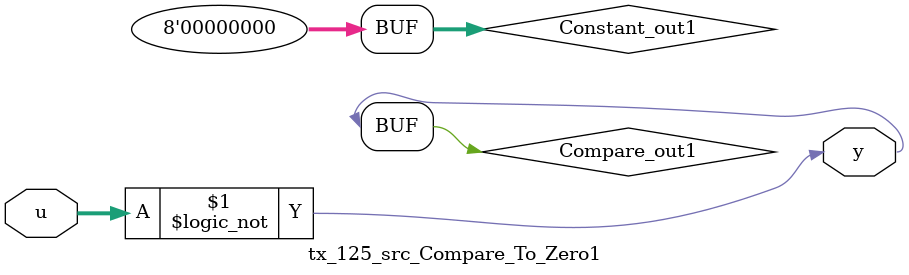
<source format=v>



`timescale 1 ns / 1 ns

module tx_125_src_Compare_To_Zero1
          (u,
           y);


  input   [7:0] u;  // uint8
  output  y;


  wire [7:0] Constant_out1;  // uint8
  wire Compare_out1;


  assign Constant_out1 = 8'b00000000;



  assign Compare_out1 = u == Constant_out1;



  assign y = Compare_out1;

endmodule  // tx_125_src_Compare_To_Zero1


</source>
